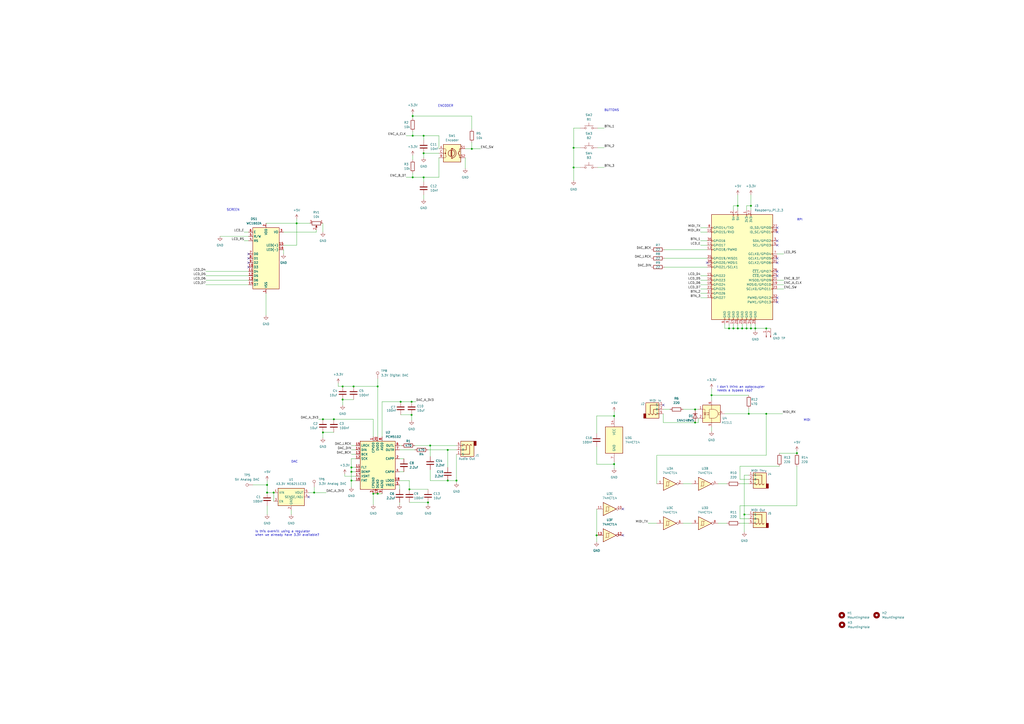
<source format=kicad_sch>
(kicad_sch (version 20211123) (generator eeschema)
  (paper "A2")
  (lib_symbols
    (symbol "74xx:74HC14" (pin_names (offset 1.016))
      (property "Reference" "U" (at 0 1.27 0))
      (property "Value" "74HC14" (at 0 -1.27 0))
      (symbol "74HC14_1_0"
        (pin input line (at -7.62 0 0) (length 3.81) (name "~") (number "1"))
        (pin output inverted (at 7.62 0 180) (length 3.81) (name "~") (number "2"))
      )
      (symbol "74HC14_2_0"
        (pin input line (at -7.62 0 0) (length 3.81) (name "~") (number "3"))
        (pin output inverted (at 7.62 0 180) (length 3.81) (name "~") (number "4"))
      )
      (symbol "74HC14_3_0"
        (pin input line (at -7.62 0 0) (length 3.81) (name "~") (number "5"))
        (pin output inverted (at 7.62 0 180) (length 3.81) (name "~") (number "6"))
      )
      (symbol "74HC14_4_0"
        (pin output inverted (at 7.62 0 180) (length 3.81) (name "~") (number "8"))
        (pin input line (at -7.62 0 0) (length 3.81) (name "~") (number "9"))
      )
      (symbol "74HC14_5_0"
        (pin output inverted (at 7.62 0 180) (length 3.81) (name "~") (number "10"))
        (pin input line (at -7.62 0 0) (length 3.81) (name "~") (number "11"))
      )
      (symbol "74HC14_6_0"
        (pin output inverted (at 7.62 0 180) (length 3.81) (name "~") (number "12"))
        (pin input line (at -7.62 0 0) (length 3.81) (name "~") (number "13"))
      )
      (symbol "74HC14_7_0"
        (pin power_in line (at 0 12.7 270) (length 5.08) (name "VCC") (number "14"))
        (pin power_in line (at 0 -12.7 90) (length 5.08) (name "GND") (number "7"))
      )
    )
    (symbol "Audio:PCM5102"
      (property "Reference" "U" (at -10.16 13.97 0))
      (property "Value" "PCM5102" (at 3.81 13.97 0))
      (symbol "PCM5102_1_1"
        (pin passive line (at -2.54 15.24 270) (length 2.54) (name "CPVDD") (number "1"))
        (pin input line (at -12.7 -5.08 0) (length 2.54) (name "DEMP") (number "10"))
        (pin input line (at -12.7 -2.54 0) (length 2.54) (name "FLT") (number "11"))
        (pin input line (at -12.7 2.54 0) (length 2.54) (name "SCK") (number "12"))
        (pin input line (at -12.7 5.08 0) (length 2.54) (name "BCK") (number "13"))
        (pin input line (at -12.7 7.62 0) (length 2.54) (name "DIN") (number "14"))
        (pin input line (at -12.7 10.16 0) (length 2.54) (name "LRCK") (number "15"))
        (pin input line (at -12.7 -10.16 0) (length 2.54) (name "FMT") (number "16"))
        (pin input line (at -12.7 -7.62 0) (length 2.54) (name "XSMT") (number "17"))
        (pin passive line (at 12.7 -10.16 180) (length 2.54) (name "LDOO") (number "18"))
        (pin power_in line (at 0 -17.78 90) (length 2.54) (name "DGND") (number "19"))
        (pin passive line (at 12.7 2.54 180) (length 2.54) (name "CAPP") (number "2"))
        (pin power_in line (at 0 15.24 270) (length 2.54) (name "DVDD") (number "20"))
        (pin power_in line (at -2.54 -17.78 90) (length 2.54) (name "CPGND") (number "3"))
        (pin passive line (at 12.7 -5.08 180) (length 2.54) (name "CAPM") (number "4"))
        (pin passive line (at 12.7 -12.7 180) (length 2.54) (name "VNEG") (number "5"))
        (pin output line (at 12.7 10.16 180) (length 2.54) (name "OUTL") (number "6"))
        (pin output line (at 12.7 7.62 180) (length 2.54) (name "OUTR") (number "7"))
        (pin power_in line (at 2.54 15.24 270) (length 2.54) (name "AVDD") (number "8"))
        (pin power_in line (at 2.54 -17.78 90) (length 2.54) (name "AGND") (number "9"))
      )
    )
    (symbol "AudioJack3_1"
      (property "Reference" "J1" (at -6.35 2.54 0))
      (property "Value" "AudioJack3_1" (at 3.81 5.08 0))
      (symbol "AudioJack3_1_1_1"
        (pin passive line (at 5.08 2.54 180) (length 2.54) (name "S") (number "1"))
        (pin passive line (at 5.08 0 180) (length 2.54) (name "R") (number "2"))
        (pin passive line (at 5.08 -2.54 180) (length 2.54) (name "T") (number "5"))
      )
    )
    (symbol "Connector:Conn_01x02_Male" (pin_names (offset 1.016) hide)
      (property "Reference" "J" (at 0 2.54 0))
      (property "Value" "Conn_01x02_Male" (at 0 -5.08 0))
      (symbol "Conn_01x02_Male_1_1"
        (pin passive line (at 5.08 0 180) (length 3.81) (name "Pin_1") (number "1"))
        (pin passive line (at 5.08 -2.54 180) (length 3.81) (name "Pin_2") (number "2"))
      )
    )
    (symbol "Connector:Raspberry_Pi_2_3" (pin_names (offset 1.016))
      (property "Reference" "J" (at -17.78 31.75 0))
      (property "Value" "Raspberry_Pi_2_3" (at 10.16 -31.75 0))
      (symbol "Raspberry_Pi_2_3_1_1"
        (pin power_in line (at 2.54 33.02 270) (length 2.54) (name "3V3") (number "1"))
        (pin bidirectional line (at -20.32 20.32 0) (length 2.54) (name "GPIO15/RXD") (number "10"))
        (pin bidirectional line (at -20.32 12.7 0) (length 2.54) (name "GPIO17") (number "11"))
        (pin bidirectional line (at -20.32 10.16 0) (length 2.54) (name "GPIO18/PWM0") (number "12"))
        (pin bidirectional line (at -20.32 -17.78 0) (length 2.54) (name "GPIO27") (number "13"))
        (pin power_in line (at -5.08 -33.02 90) (length 2.54) (name "GND") (number "14"))
        (pin bidirectional line (at -20.32 -5.08 0) (length 2.54) (name "GPIO22") (number "15"))
        (pin bidirectional line (at -20.32 -7.62 0) (length 2.54) (name "GPIO23") (number "16"))
        (pin power_in line (at 5.08 33.02 270) (length 2.54) (name "3V3") (number "17"))
        (pin bidirectional line (at -20.32 -10.16 0) (length 2.54) (name "GPIO24") (number "18"))
        (pin bidirectional line (at 20.32 -10.16 180) (length 2.54) (name "MOSI0/GPIO10") (number "19"))
        (pin power_in line (at -5.08 33.02 270) (length 2.54) (name "5V") (number "2"))
        (pin power_in line (at -2.54 -33.02 90) (length 2.54) (name "GND") (number "20"))
        (pin bidirectional line (at 20.32 -7.62 180) (length 2.54) (name "MISO0/GPIO9") (number "21"))
        (pin bidirectional line (at -20.32 -12.7 0) (length 2.54) (name "GPIO25") (number "22"))
        (pin bidirectional line (at 20.32 -12.7 180) (length 2.54) (name "SCLK0/GPIO11") (number "23"))
        (pin bidirectional line (at 20.32 -5.08 180) (length 2.54) (name "~{CE0}/GPIO8") (number "24"))
        (pin power_in line (at 0 -33.02 90) (length 2.54) (name "GND") (number "25"))
        (pin bidirectional line (at 20.32 -2.54 180) (length 2.54) (name "~{CE1}/GPIO7") (number "26"))
        (pin bidirectional line (at 20.32 22.86 180) (length 2.54) (name "ID_SD/GPIO0") (number "27"))
        (pin bidirectional line (at 20.32 20.32 180) (length 2.54) (name "ID_SC/GPIO1") (number "28"))
        (pin bidirectional line (at 20.32 5.08 180) (length 2.54) (name "GCLK1/GPIO5") (number "29"))
        (pin bidirectional line (at 20.32 15.24 180) (length 2.54) (name "SDA/GPIO2") (number "3"))
        (pin power_in line (at 2.54 -33.02 90) (length 2.54) (name "GND") (number "30"))
        (pin bidirectional line (at 20.32 2.54 180) (length 2.54) (name "GCLK2/GPIO6") (number "31"))
        (pin bidirectional line (at 20.32 -17.78 180) (length 2.54) (name "PWM0/GPIO12") (number "32"))
        (pin bidirectional line (at 20.32 -20.32 180) (length 2.54) (name "PWM1/GPIO13") (number "33"))
        (pin power_in line (at 5.08 -33.02 90) (length 2.54) (name "GND") (number "34"))
        (pin bidirectional line (at -20.32 5.08 0) (length 2.54) (name "GPIO19/MISO1") (number "35"))
        (pin bidirectional line (at -20.32 15.24 0) (length 2.54) (name "GPIO16") (number "36"))
        (pin bidirectional line (at -20.32 -15.24 0) (length 2.54) (name "GPIO26") (number "37"))
        (pin bidirectional line (at -20.32 2.54 0) (length 2.54) (name "GPIO20/MOSI1") (number "38"))
        (pin power_in line (at 7.62 -33.02 90) (length 2.54) (name "GND") (number "39"))
        (pin power_in line (at -2.54 33.02 270) (length 2.54) (name "5V") (number "4"))
        (pin bidirectional line (at -20.32 0 0) (length 2.54) (name "GPIO21/SCLK1") (number "40"))
        (pin bidirectional line (at 20.32 12.7 180) (length 2.54) (name "SCL/GPIO3") (number "5"))
        (pin power_in line (at -10.16 -33.02 90) (length 2.54) (name "GND") (number "6"))
        (pin bidirectional line (at 20.32 7.62 180) (length 2.54) (name "GCLK0/GPIO4") (number "7"))
        (pin bidirectional line (at -20.32 22.86 0) (length 2.54) (name "GPIO14/TXD") (number "8"))
        (pin power_in line (at -7.62 -33.02 90) (length 2.54) (name "GND") (number "9"))
      )
    )
    (symbol "Connector:TestPoint" (pin_numbers hide) (pin_names (offset 0.762) hide)
      (property "Reference" "TP" (at 0 6.858 0))
      (property "Value" "TestPoint" (at 0 5.08 0))
      (symbol "TestPoint_1_1"
        (pin passive line (at 0 0 90) (length 2.54) (name "1") (number "1"))
      )
    )
    (symbol "Device:C" (pin_numbers hide) (pin_names (offset 0.254))
      (property "Reference" "C" (at 0.635 2.54 0))
      (property "Value" "C" (at 0.635 -2.54 0))
      (symbol "C_1_1"
        (pin passive line (at 0 3.81 270) (length 2.794) (name "~") (number "1"))
        (pin passive line (at 0 -3.81 90) (length 2.794) (name "~") (number "2"))
      )
    )
    (symbol "Device:R" (pin_numbers hide) (pin_names (offset 0))
      (property "Reference" "R" (at 2.032 0 90))
      (property "Value" "R" (at 0 0 90))
      (symbol "R_1_1"
        (pin passive line (at 0 3.81 270) (length 1.27) (name "~") (number "1"))
        (pin passive line (at 0 -3.81 90) (length 1.27) (name "~") (number "2"))
      )
    )
    (symbol "Device:R_Potentiometer" (pin_names (offset 1.016) hide)
      (property "Reference" "RV" (at -4.445 0 90))
      (property "Value" "R_Potentiometer" (at -2.54 0 90))
      (symbol "R_Potentiometer_1_1"
        (pin passive line (at 0 3.81 270) (length 1.27) (name "1") (number "1"))
        (pin passive line (at 3.81 0 180) (length 1.27) (name "2") (number "2"))
        (pin passive line (at 0 -3.81 90) (length 1.27) (name "3") (number "3"))
      )
    )
    (symbol "Device:RotaryEncoder_Switch" (pin_names (offset 0.254) hide)
      (property "Reference" "SW" (at 0 6.604 0))
      (property "Value" "RotaryEncoder_Switch" (at 0 -6.604 0))
      (symbol "RotaryEncoder_Switch_1_1"
        (pin passive line (at -7.62 2.54 0) (length 2.54) (name "A") (number "A"))
        (pin passive line (at -7.62 -2.54 0) (length 2.54) (name "B") (number "B"))
        (pin passive line (at -7.62 0 0) (length 2.54) (name "C") (number "C"))
        (pin passive line (at 7.62 2.54 180) (length 2.54) (name "S1") (number "S1"))
        (pin passive line (at 7.62 -2.54 180) (length 2.54) (name "S2") (number "S2"))
      )
    )
    (symbol "Diode:1N4148WS" (pin_numbers hide) (pin_names hide)
      (property "Reference" "D" (at 0 2.54 0))
      (property "Value" "1N4148WS" (at 0 -2.54 0))
      (symbol "1N4148WS_1_1"
        (pin passive line (at -3.81 0 0) (length 2.54) (name "K") (number "1"))
        (pin passive line (at 3.81 0 180) (length 2.54) (name "A") (number "2"))
      )
    )
    (symbol "Display_Character:WC1602A"
      (property "Reference" "DS" (at -5.842 19.05 0))
      (property "Value" "WC1602A" (at 5.334 19.05 0))
      (symbol "WC1602A_1_1"
        (pin power_in line (at 0 -20.32 90) (length 2.54) (name "VSS") (number "1"))
        (pin input line (at -10.16 -5.08 0) (length 2.54) (name "D3") (number "10"))
        (pin input line (at -10.16 -7.62 0) (length 2.54) (name "D4") (number "11"))
        (pin input line (at -10.16 -10.16 0) (length 2.54) (name "D5") (number "12"))
        (pin input line (at -10.16 -12.7 0) (length 2.54) (name "D6") (number "13"))
        (pin input line (at -10.16 -15.24 0) (length 2.54) (name "D7") (number "14"))
        (pin power_in line (at 10.16 7.62 180) (length 2.54) (name "LED(+)") (number "15"))
        (pin power_in line (at 10.16 5.08 180) (length 2.54) (name "LED(-)") (number "16"))
        (pin power_in line (at 0 20.32 270) (length 2.54) (name "VDD") (number "2"))
        (pin input line (at 10.16 15.24 180) (length 2.54) (name "VO") (number "3"))
        (pin input line (at -10.16 10.16 0) (length 2.54) (name "RS") (number "4"))
        (pin input line (at -10.16 12.7 0) (length 2.54) (name "R/W") (number "5"))
        (pin input line (at -10.16 15.24 0) (length 2.54) (name "E") (number "6"))
        (pin input line (at -10.16 2.54 0) (length 2.54) (name "D0") (number "7"))
        (pin input line (at -10.16 0 0) (length 2.54) (name "D1") (number "8"))
        (pin input line (at -10.16 -2.54 0) (length 2.54) (name "D2") (number "9"))
      )
    )
    (symbol "Isolator:H11L1" (pin_names (offset 1.016))
      (property "Reference" "U" (at 1.27 8.89 0))
      (property "Value" "H11L1" (at 1.27 6.35 0))
      (symbol "H11L1_1_1"
        (pin passive line (at -7.62 2.54 0) (length 2.54) (name "~") (number "1"))
        (pin passive line (at -7.62 -2.54 0) (length 2.54) (name "~") (number "2"))
        (pin no_connect line (at -5.08 0 0) (length 2.54) hide (name "~") (number "3"))
        (pin output inverted (at 7.62 0 180) (length 3.81) (name "~") (number "4"))
        (pin power_in line (at 0 -7.62 90) (length 2.54) (name "~") (number "5"))
        (pin power_in line (at 0 7.62 270) (length 2.54) (name "~") (number "6"))
      )
    )
    (symbol "Mechanical:MountingHole" (pin_names (offset 1.016))
      (property "Reference" "H" (at 0 5.08 0))
      (property "Value" "MountingHole" (at 0 3.175 0))
    )
    (symbol "Regulator_Linear:ADP7142AUJZ"
      (property "Reference" "U" (at 0 8.89 0))
      (property "Value" "ADP7142AUJZ" (at 0 6.35 0))
      (symbol "ADP7142AUJZ_1_1"
        (pin power_in line (at -10.16 2.54 0) (length 2.54) (name "VIN") (number "1"))
        (pin power_in line (at 0 -7.62 90) (length 2.54) (name "GND") (number "2"))
        (pin input line (at -10.16 -2.54 0) (length 2.54) (name "EN") (number "3"))
        (pin input line (at 10.16 0 180) (length 2.54) (name "SENSE/ADJ") (number "4"))
        (pin power_out line (at 10.16 2.54 180) (length 2.54) (name "VOUT") (number "5"))
      )
    )
    (symbol "Switch:SW_Push" (pin_numbers hide) (pin_names (offset 1.016) hide)
      (property "Reference" "SW" (at 1.27 2.54 0))
      (property "Value" "SW_Push" (at 0 -1.524 0))
      (symbol "SW_Push_0_1"
        (pin passive line (at -5.08 0 0) (length 2.54) (name "1") (number "1"))
        (pin passive line (at 5.08 0 180) (length 2.54) (name "2") (number "2"))
      )
    )
    (symbol "power:+3.3V" (power) (pin_names (offset 0))
      (property "Value" "+3.3V" (at 0 3.556 0))
      (symbol "+3.3V_1_1"
        (pin power_in line (at 0 0 90) (length 0) hide (name "+3.3V") (number "1"))
      )
    )
    (symbol "power:+5V" (power) (pin_names (offset 0))
      (property "Value" "+5V" (at 0 3.556 0))
      (symbol "+5V_1_1"
        (pin power_in line (at 0 0 90) (length 0) hide (name "+5V") (number "1"))
      )
    )
    (symbol "power:GND" (power) (pin_names (offset 0))
      (property "Value" "GND" (at 0 -3.81 0))
      (symbol "GND_1_1"
        (pin power_in line (at 0 0 270) (length 0) hide (name "GND") (number "1"))
      )
    )
  )
  (junction (at 198.755 224.155))
  (junction (at 158.75 285.75))
  (junction (at 182.245 285.75))
  (junction (at 203.835 273.685))
  (junction (at 203.835 278.765))
  (junction (at 438.15 190.5))
  (junction (at 431.8 298.45))
  (junction (at 356.235 241.3))
  (junction (at 403.225 237.49))
  (junction (at 433.07 190.5))
  (junction (at 332.74 97.155))
  (junction (at 356.235 269.24))
  (junction (at 435.61 119.38))
  (junction (at 346.075 310.515))
  (junction (at 219.075 286.385))
  (junction (at 187.325 243.205))
  (junction (at 193.675 243.205))
  (junction (at 422.91 190.5))
  (junction (at 435.61 190.5))
  (junction (at 427.99 190.5))
  (junction (at 249.555 258.445))
  (junction (at 198.755 231.775))
  (junction (at 430.53 190.5))
  (junction (at 239.395 78.74))
  (junction (at 232.41 233.045))
  (junction (at 444.5 190.5))
  (junction (at 273.685 86.36))
  (junction (at 332.74 85.725))
  (junction (at 237.49 283.845))
  (junction (at 238.76 240.665))
  (junction (at 434.34 240.03))
  (junction (at 219.075 224.155))
  (junction (at 172.085 129.54))
  (junction (at 154.94 281.305))
  (junction (at 259.715 260.985))
  (junction (at 203.835 271.145))
  (junction (at 264.795 278.765))
  (junction (at 427.99 119.38))
  (junction (at 187.325 250.825))
  (junction (at 238.76 233.045))
  (junction (at 259.715 278.765))
  (junction (at 403.225 245.11))
  (junction (at 248.285 291.465))
  (junction (at 245.745 78.74))
  (junction (at 245.745 102.87))
  (junction (at 205.105 224.155))
  (junction (at 154.94 285.75))
  (junction (at 239.395 67.31))
  (junction (at 245.745 88.9))
  (junction (at 462.28 262.89))
  (junction (at 412.75 229.235))
  (junction (at 444.5 240.03))
  (junction (at 239.395 102.87))
  (junction (at 425.45 190.5))
  (junction (at 216.535 286.385))
  (no_connect (at 410.21 152.4))
  (no_connect (at 144.145 152.4))
  (no_connect (at 361.315 295.275))
  (no_connect (at 144.145 154.94))
  (no_connect (at 450.85 172.72))
  (no_connect (at 450.85 152.4))
  (no_connect (at 450.85 149.86))
  (no_connect (at 450.85 139.7))
  (no_connect (at 384.81 234.95))
  (no_connect (at 450.85 132.08))
  (no_connect (at 450.85 157.48))
  (no_connect (at 450.85 160.02))
  (no_connect (at 144.145 147.32))
  (no_connect (at 361.315 310.515))
  (no_connect (at 179.07 288.29))
  (no_connect (at 450.85 134.62))
  (no_connect (at 450.85 175.26))
  (no_connect (at 144.145 149.86))
  (no_connect (at 450.85 142.24))
  (wire (pts (xy 420.37 187.96) (xy 420.37 190.5)))
  (wire (pts (xy 435.61 113.03) (xy 435.61 119.38)))
  (wire (pts (xy 384.81 240.03) (xy 384.81 245.11)))
  (wire (pts (xy 452.12 262.89) (xy 462.28 262.89)))
  (wire (pts (xy 231.775 266.065) (xy 234.315 266.065)))
  (wire (pts (xy 416.56 303.53) (xy 421.64 303.53)))
  (wire (pts (xy 385.445 149.86) (xy 410.21 149.86)))
  (wire (pts (xy 237.49 283.845) (xy 248.285 283.845)))
  (wire (pts (xy 346.71 74.295) (xy 350.52 74.295)))
  (wire (pts (xy 239.395 66.04) (xy 239.395 67.31)))
  (wire (pts (xy 427.99 119.38) (xy 427.99 121.92)))
  (wire (pts (xy 154.94 278.765) (xy 154.94 281.305)))
  (wire (pts (xy 183.515 134.62) (xy 183.515 133.35)))
  (wire (pts (xy 269.875 91.44) (xy 269.875 97.79)))
  (wire (pts (xy 416.56 280.67) (xy 421.64 280.67)))
  (wire (pts (xy 193.675 243.205) (xy 216.535 243.205)))
  (wire (pts (xy 198.755 231.775) (xy 205.105 231.775)))
  (wire (pts (xy 420.37 190.5) (xy 422.91 190.5)))
  (wire (pts (xy 231.775 260.985) (xy 240.665 260.985)))
  (wire (pts (xy 427.99 190.5) (xy 430.53 190.5)))
  (wire (pts (xy 450.85 147.32) (xy 454.66 147.32)))
  (wire (pts (xy 232.41 233.045) (xy 221.615 233.045)))
  (wire (pts (xy 203.835 271.145) (xy 203.835 273.685)))
  (wire (pts (xy 434.34 275.59) (xy 431.8 275.59)))
  (wire (pts (xy 435.61 119.38) (xy 435.61 121.92)))
  (wire (pts (xy 154.94 281.305) (xy 154.94 285.75)))
  (wire (pts (xy 431.8 275.59) (xy 431.8 298.45)))
  (wire (pts (xy 203.835 263.525) (xy 206.375 263.525)))
  (wire (pts (xy 154.94 285.75) (xy 158.75 285.75)))
  (wire (pts (xy 172.085 142.24) (xy 164.465 142.24)))
  (wire (pts (xy 452.12 270.51) (xy 429.26 270.51)))
  (wire (pts (xy 450.85 167.64) (xy 454.66 167.64)))
  (wire (pts (xy 239.395 100.33) (xy 239.395 102.87)))
  (wire (pts (xy 203.835 260.985) (xy 206.375 260.985)))
  (wire (pts (xy 434.34 240.03) (xy 444.5 240.03)))
  (wire (pts (xy 273.685 82.55) (xy 273.685 86.36)))
  (wire (pts (xy 219.075 224.155) (xy 219.075 253.365)))
  (wire (pts (xy 429.26 293.37) (xy 462.28 293.37)))
  (wire (pts (xy 146.685 281.305) (xy 154.94 281.305)))
  (wire (pts (xy 332.74 74.295) (xy 332.74 85.725)))
  (wire (pts (xy 346.075 241.3) (xy 346.075 251.46)))
  (wire (pts (xy 429.26 278.13) (xy 434.34 278.13)))
  (wire (pts (xy 438.15 187.96) (xy 438.15 190.5)))
  (wire (pts (xy 412.75 229.235) (xy 412.75 232.41)))
  (wire (pts (xy 403.225 237.49) (xy 405.13 237.49)))
  (wire (pts (xy 422.91 187.96) (xy 422.91 190.5)))
  (wire (pts (xy 406.4 139.7) (xy 410.21 139.7)))
  (wire (pts (xy 425.45 187.96) (xy 425.45 190.5)))
  (wire (pts (xy 427.99 187.96) (xy 427.99 190.5)))
  (wire (pts (xy 154.305 170.18) (xy 154.305 182.88)))
  (wire (pts (xy 238.76 240.665) (xy 232.41 240.665)))
  (wire (pts (xy 200.025 276.225) (xy 206.375 276.225)))
  (wire (pts (xy 221.615 233.045) (xy 221.615 253.365)))
  (wire (pts (xy 182.245 285.75) (xy 189.23 285.75)))
  (wire (pts (xy 216.535 286.385) (xy 219.075 286.385)))
  (wire (pts (xy 203.835 278.765) (xy 203.835 282.575)))
  (wire (pts (xy 384.81 245.11) (xy 403.225 245.11)))
  (wire (pts (xy 273.685 86.36) (xy 278.765 86.36)))
  (wire (pts (xy 259.715 278.765) (xy 249.555 278.765)))
  (wire (pts (xy 450.85 165.1) (xy 454.66 165.1)))
  (wire (pts (xy 450.85 162.56) (xy 454.66 162.56)))
  (wire (pts (xy 429.26 303.53) (xy 434.34 303.53)))
  (wire (pts (xy 444.5 240.03) (xy 444.5 264.16)))
  (wire (pts (xy 385.445 144.78) (xy 410.21 144.78)))
  (wire (pts (xy 462.28 262.89) (xy 462.28 261.62)))
  (wire (pts (xy 158.75 285.75) (xy 158.75 290.83)))
  (wire (pts (xy 172.085 127) (xy 172.085 129.54)))
  (wire (pts (xy 198.755 224.155) (xy 205.105 224.155)))
  (wire (pts (xy 406.4 172.72) (xy 410.21 172.72)))
  (wire (pts (xy 332.74 85.725) (xy 332.74 97.155)))
  (wire (pts (xy 203.835 273.685) (xy 206.375 273.685)))
  (wire (pts (xy 219.075 286.385) (xy 221.615 286.385)))
  (wire (pts (xy 431.8 298.45) (xy 431.8 308.61)))
  (wire (pts (xy 235.585 78.74) (xy 239.395 78.74)))
  (wire (pts (xy 168.91 295.91) (xy 168.91 298.45)))
  (wire (pts (xy 203.835 266.065) (xy 203.835 271.145)))
  (wire (pts (xy 444.5 190.5) (xy 447.04 190.5)))
  (wire (pts (xy 396.24 237.49) (xy 403.225 237.49)))
  (wire (pts (xy 154.94 293.37) (xy 154.94 298.45)))
  (wire (pts (xy 203.835 271.145) (xy 206.375 271.145)))
  (wire (pts (xy 444.5 264.16) (xy 381 264.16)))
  (wire (pts (xy 198.755 231.775) (xy 198.755 234.95)))
  (wire (pts (xy 264.795 278.765) (xy 264.795 280.035)))
  (wire (pts (xy 406.4 167.64) (xy 410.21 167.64)))
  (wire (pts (xy 196.215 222.25) (xy 196.215 224.155)))
  (wire (pts (xy 438.15 190.5) (xy 438.15 191.77)))
  (wire (pts (xy 182.245 282.575) (xy 182.245 285.75)))
  (wire (pts (xy 438.15 190.5) (xy 444.5 190.5)))
  (wire (pts (xy 429.26 300.99) (xy 429.26 293.37)))
  (wire (pts (xy 406.4 134.62) (xy 410.21 134.62)))
  (wire (pts (xy 238.76 233.045) (xy 232.41 233.045)))
  (wire (pts (xy 336.55 74.295) (xy 332.74 74.295)))
  (wire (pts (xy 444.5 240.03) (xy 454.025 240.03)))
  (wire (pts (xy 425.45 121.92) (xy 425.45 119.38)))
  (wire (pts (xy 172.085 129.54) (xy 179.705 129.54)))
  (wire (pts (xy 346.71 85.725) (xy 350.52 85.725)))
  (wire (pts (xy 433.07 119.38) (xy 435.61 119.38)))
  (wire (pts (xy 248.285 260.985) (xy 259.715 260.985)))
  (wire (pts (xy 239.395 78.74) (xy 245.745 78.74)))
  (wire (pts (xy 429.26 280.67) (xy 434.34 280.67)))
  (wire (pts (xy 433.07 121.92) (xy 433.07 119.38)))
  (wire (pts (xy 259.715 260.985) (xy 259.715 271.145)))
  (wire (pts (xy 187.325 129.54) (xy 187.325 134.62)))
  (wire (pts (xy 245.745 78.74) (xy 254.635 78.74)))
  (wire (pts (xy 203.835 273.685) (xy 203.835 278.765)))
  (wire (pts (xy 375.92 303.53) (xy 381 303.53)))
  (wire (pts (xy 259.715 278.765) (xy 264.795 278.765)))
  (wire (pts (xy 119.38 165.1) (xy 144.145 165.1)))
  (wire (pts (xy 239.395 102.87) (xy 245.745 102.87)))
  (wire (pts (xy 462.28 293.37) (xy 462.28 270.51)))
  (wire (pts (xy 381 264.16) (xy 381 280.67)))
  (wire (pts (xy 264.795 263.525) (xy 264.795 278.765)))
  (wire (pts (xy 396.24 303.53) (xy 401.32 303.53)))
  (wire (pts (xy 231.775 291.465) (xy 231.775 292.735)))
  (wire (pts (xy 206.375 266.065) (xy 203.835 266.065)))
  (wire (pts (xy 427.99 113.03) (xy 427.99 119.38)))
  (wire (pts (xy 235.585 102.87) (xy 239.395 102.87)))
  (wire (pts (xy 384.81 237.49) (xy 388.62 237.49)))
  (wire (pts (xy 172.085 129.54) (xy 172.085 142.24)))
  (wire (pts (xy 356.235 267.97) (xy 356.235 269.24)))
  (wire (pts (xy 346.71 97.155) (xy 350.52 97.155)))
  (wire (pts (xy 245.745 102.87) (xy 245.745 105.41)))
  (wire (pts (xy 434.34 300.99) (xy 429.26 300.99)))
  (wire (pts (xy 435.61 190.5) (xy 438.15 190.5)))
  (wire (pts (xy 435.61 187.96) (xy 435.61 190.5)))
  (wire (pts (xy 425.45 190.5) (xy 427.99 190.5)))
  (wire (pts (xy 433.07 190.5) (xy 435.61 190.5)))
  (wire (pts (xy 187.325 250.825) (xy 193.675 250.825)))
  (wire (pts (xy 239.395 90.17) (xy 239.395 92.71)))
  (wire (pts (xy 396.24 280.67) (xy 401.32 280.67)))
  (wire (pts (xy 356.235 241.3) (xy 356.235 242.57)))
  (wire (pts (xy 119.38 157.48) (xy 144.145 157.48)))
  (wire (pts (xy 332.74 97.155) (xy 332.74 104.775)))
  (wire (pts (xy 141.605 134.62) (xy 144.145 134.62)))
  (wire (pts (xy 245.745 113.03) (xy 245.745 115.57)))
  (wire (pts (xy 154.305 129.54) (xy 172.085 129.54)))
  (wire (pts (xy 245.745 78.74) (xy 245.745 81.28)))
  (wire (pts (xy 119.38 162.56) (xy 144.145 162.56)))
  (wire (pts (xy 231.775 278.765) (xy 237.49 278.765)))
  (wire (pts (xy 420.37 240.03) (xy 434.34 240.03)))
  (wire (pts (xy 332.74 85.725) (xy 336.55 85.725)))
  (wire (pts (xy 237.49 291.465) (xy 248.285 291.465)))
  (wire (pts (xy 164.465 134.62) (xy 183.515 134.62)))
  (wire (pts (xy 346.075 295.275) (xy 346.075 310.515)))
  (wire (pts (xy 346.075 269.24) (xy 356.235 269.24)))
  (wire (pts (xy 231.775 258.445) (xy 233.045 258.445)))
  (wire (pts (xy 245.745 102.87) (xy 254.635 102.87)))
  (wire (pts (xy 356.235 269.24) (xy 356.235 271.78)))
  (wire (pts (xy 187.325 250.825) (xy 187.325 254)))
  (wire (pts (xy 356.235 238.76) (xy 356.235 241.3)))
  (wire (pts (xy 346.075 259.08) (xy 346.075 269.24)))
  (wire (pts (xy 249.555 258.445) (xy 264.795 258.445)))
  (wire (pts (xy 237.49 278.765) (xy 237.49 283.845)))
  (wire (pts (xy 259.715 260.985) (xy 264.795 260.985)))
  (wire (pts (xy 141.605 139.7) (xy 144.145 139.7)))
  (wire (pts (xy 119.38 160.02) (xy 144.145 160.02)))
  (wire (pts (xy 184.785 243.205) (xy 187.325 243.205)))
  (wire (pts (xy 406.4 160.02) (xy 410.21 160.02)))
  (wire (pts (xy 203.835 278.765) (xy 206.375 278.765)))
  (wire (pts (xy 412.75 225.425) (xy 412.75 229.235)))
  (wire (pts (xy 434.34 229.235) (xy 412.75 229.235)))
  (wire (pts (xy 269.875 86.36) (xy 273.685 86.36)))
  (wire (pts (xy 254.635 78.74) (xy 254.635 86.36)))
  (wire (pts (xy 245.745 88.9) (xy 254.635 88.9)))
  (wire (pts (xy 385.445 154.94) (xy 410.21 154.94)))
  (wire (pts (xy 406.4 165.1) (xy 410.21 165.1)))
  (wire (pts (xy 127.635 137.16) (xy 144.145 137.16)))
  (wire (pts (xy 239.395 76.2) (xy 239.395 78.74)))
  (wire (pts (xy 434.34 298.45) (xy 431.8 298.45)))
  (wire (pts (xy 216.535 243.205) (xy 216.535 253.365)))
  (wire (pts (xy 356.235 241.3) (xy 346.075 241.3)))
  (wire (pts (xy 179.07 285.75) (xy 182.245 285.75)))
  (wire (pts (xy 406.4 162.56) (xy 410.21 162.56)))
  (wire (pts (xy 406.4 142.24) (xy 410.21 142.24)))
  (wire (pts (xy 425.45 119.38) (xy 427.99 119.38)))
  (wire (pts (xy 196.215 224.155) (xy 198.755 224.155)))
  (wire (pts (xy 249.555 258.445) (xy 249.555 264.795)))
  (wire (pts (xy 239.395 67.31) (xy 239.395 68.58)))
  (wire (pts (xy 164.465 144.78) (xy 164.465 147.32)))
  (wire (pts (xy 422.91 190.5) (xy 425.45 190.5)))
  (wire (pts (xy 429.26 270.51) (xy 429.26 278.13)))
  (wire (pts (xy 238.76 240.665) (xy 238.76 243.84)))
  (wire (pts (xy 245.745 88.9) (xy 245.745 91.44)))
  (wire (pts (xy 433.07 187.96) (xy 433.07 190.5)))
  (wire (pts (xy 187.325 243.205) (xy 193.675 243.205)))
  (wire (pts (xy 406.4 132.08) (xy 410.21 132.08)))
  (wire (pts (xy 273.685 67.31) (xy 239.395 67.31)))
  (wire (pts (xy 248.285 291.465) (xy 248.285 292.735)))
  (wire (pts (xy 254.635 91.44) (xy 254.635 102.87)))
  (wire (pts (xy 240.665 258.445) (xy 249.555 258.445)))
  (wire (pts (xy 203.835 258.445) (xy 206.375 258.445)))
  (wire (pts (xy 430.53 187.96) (xy 430.53 190.5)))
  (wire (pts (xy 216.535 286.385) (xy 216.535 292.735)))
  (wire (pts (xy 346.075 310.515) (xy 346.075 314.325)))
  (wire (pts (xy 430.53 190.5) (xy 433.07 190.5)))
  (wire (pts (xy 205.105 224.155) (xy 219.075 224.155)))
  (wire (pts (xy 219.075 219.71) (xy 219.075 224.155)))
  (wire (pts (xy 412.75 247.65) (xy 412.75 250.19)))
  (wire (pts (xy 332.74 97.155) (xy 336.55 97.155)))
  (wire (pts (xy 406.4 170.18) (xy 410.21 170.18)))
  (wire (pts (xy 200.025 274.955) (xy 200.025 276.225)))
  (wire (pts (xy 231.775 281.305) (xy 231.775 283.845)))
  (wire (pts (xy 273.685 67.31) (xy 273.685 74.93)))
  (wire (pts (xy 249.555 278.765) (xy 249.555 272.415)))
  (wire (pts (xy 403.225 245.11) (xy 405.13 245.11)))
  (wire (pts (xy 405.13 245.11) (xy 405.13 242.57)))
  (wire (pts (xy 241.3 233.045) (xy 238.76 233.045)))
  (wire (pts (xy 434.34 236.855) (xy 434.34 240.03)))
  (wire (pts (xy 231.775 273.685) (xy 234.315 273.685)))
  (text "Is this overkill using a regulator\nwhen we already have 3.3V available?" (at 147.955 311.15 0) (effects (font (size 1.27 1.27)) (justify left bottom)))
  (text "I don't think an optocoupler\nneeds a bypass cap?" (at 415.925 227.33 0) (effects (font (size 1.27 1.27)) (justify left bottom)))
  (text "ENCODER" (at 254 62.23 0) (effects (font (size 1.27 1.27)) (justify left bottom)))
  (text "SCREEN" (at 131.445 122.555 0) (effects (font (size 1.27 1.27)) (justify left bottom)))
  (text "MIDI" (at 466.09 244.475 0) (effects (font (size 1.27 1.27)) (justify left bottom)))
  (text "BUTTONS" (at 350.52 64.77 0) (effects (font (size 1.27 1.27)) (justify left bottom)))
  (text "DAC" (at 168.91 268.605 0) (effects (font (size 1.27 1.27)) (justify left bottom)))
  (text "RPI" (at 462.28 128.27 0) (effects (font (size 1.27 1.27)) (justify left bottom)))
  (label "BTN_3" (at 406.4 172.72 180))
  (label "LCD_D5" (at 406.4 162.56 180))
  (label "DAC_BCK" (at 203.835 263.525 180))
  (label "MIDI_TX" (at 375.92 303.53 180))
  (label "BTN_1" (at 406.4 139.7 180))
  (label "BTN_2" (at 350.52 85.725 0))
  (label "ENC_SW" (at 278.765 86.36 0))
  (label "DAC_DIN" (at 377.825 154.94 180))
  (label "LCD_D6" (at 119.38 162.56 180))
  (label "DAC_A_3V3" (at 241.3 233.045 0))
  (label "LCD_RS" (at 141.605 139.7 180))
  (label "LCD_E" (at 406.4 142.24 180))
  (label "ENC_SW" (at 454.66 167.64 0))
  (label "DAC_A_3V3" (at 184.785 243.205 180))
  (label "ENC_B_DT" (at 454.66 162.56 0))
  (label "LCD_D7" (at 406.4 167.64 180))
  (label "LCD_D7" (at 119.38 165.1 180))
  (label "LCD_D6" (at 406.4 165.1 180))
  (label "LCD_E" (at 141.605 134.62 180))
  (label "DAC_DIN" (at 203.835 260.985 180))
  (label "ENC_B_DT" (at 235.585 102.87 180))
  (label "BTN_3" (at 350.52 97.155 0))
  (label "LCD_D4" (at 406.4 160.02 180))
  (label "MIDI_RX" (at 454.025 240.03 0))
  (label "DAC_A_3V3" (at 189.23 285.75 0))
  (label "LCD_D5" (at 119.38 160.02 180))
  (label "LCD_RS" (at 454.66 147.32 0))
  (label "ENC_A_CLK" (at 235.585 78.74 180))
  (label "ENC_A_CLK" (at 454.66 165.1 0))
  (label "MIDI_RX" (at 406.4 134.62 180))
  (label "MIDI_TX" (at 406.4 132.08 180))
  (label "BTN_2" (at 406.4 170.18 180))
  (label "DAC_LRCK" (at 203.835 258.445 180))
  (label "LCD_D4" (at 119.38 157.48 180))
  (label "BTN_1" (at 350.52 74.295 0))
  (label "DAC_LRCK" (at 377.825 149.86 180))
  (label "DAC_BCK" (at 377.825 144.78 180))
  (symbol (lib_id "Isolator:H11L1") (at 412.75 240.03 0) (unit 1)
    (property "Reference" "U4" (at 420.37 242.57 0))
    (property "Value" "H11L1" (at 421.64 245.11 0))
    (property "Footprint" "SOP-6_6.5x7.12mm_P2.54mm:SOP-6_6.5x7.12mm_P2.54mm" (effects hide))
    (property "Datasheet" "https://www.onsemi.com/pub/Collateral/H11L3M-D.PDF" (effects hide))
    (property "LCSC" "C78589" (effects hide))
  )
  (symbol (lib_id "power:GND") (at 187.325 134.62 0) (unit 1)
    (property "Reference" "#PWR08" (effects hide))
    (property "Value" "GND" (at 187.325 139.7 0))
  )
  (symbol (lib_id "power:GND") (at 154.94 298.45 0) (unit 1)
    (property "Reference" "#PWR04" (effects hide))
    (property "Value" "GND" (at 154.94 303.53 0))
  )
  (symbol (lib_id "power:GND") (at 269.875 97.79 0) (unit 1)
    (property "Reference" "#PWR023" (effects hide))
    (property "Value" "GND" (at 269.875 102.87 0))
  )
  (symbol (lib_id "74xx:74HC14") (at 408.94 280.67 0) (unit 2)
    (property "Reference" "U3" (at 408.94 271.78 0))
    (property "Value" "74HCT14" (at 408.94 274.32 0))
    (property "Footprint" "Package_SO:TSSOP-14_4.4x5mm_P0.65mm" (effects hide))
    (property "Datasheet" "http://www.ti.com/lit/gpn/sn74HC14" (effects hide))
    (property "LCSC" "C133639" (effects hide))
  )
  (symbol (lib_name "AudioJack3_1") (lib_id "Connector:AudioJack3") (at 379.73 237.49 0) (unit 1)
    (property "Reference" "J2" (at 374.015 234.315 0) (effects (justify right)))
    (property "Value" "MIDI In" (at 383.54 232.41 0) (effects (justify right)))
    (property "Footprint" "sparkfun 3.5mm:sparkfun_3.5mm_trs" (effects hide))
  )
  (symbol (lib_id "Device:R") (at 381.635 149.86 90) (unit 1)
    (property "Reference" "R8" (at 381.635 147.32 90))
    (property "Value" "22" (at 381.635 149.86 90))
    (property "Footprint" "Resistor_SMD:R_1206_3216Metric_Pad1.30x1.75mm_HandSolder" (effects hide))
    (property "LCSC" "C912903" (effects hide))
  )
  (symbol (lib_id "Device:C") (at 249.555 268.605 0) (unit 1)
    (property "Reference" "C14" (at 252.73 267.3349 0) (effects (justify left)))
    (property "Value" "2.2nf" (at 252.73 269.8749 0) (effects (justify left)))
    (property "Footprint" "Capacitor_SMD:C_0805_2012Metric_Pad1.18x1.45mm_HandSolder" (effects hide))
    (property "LCSC" "C395967" (effects hide))
  )
  (symbol (lib_id "Device:R") (at 425.45 280.67 270) (unit 1)
    (property "Reference" "R10" (at 425.45 274.32 90))
    (property "Value" "220" (at 425.45 276.86 90))
    (property "Footprint" "Resistor_SMD:R_1206_3216Metric_Pad1.30x1.75mm_HandSolder" (effects hide))
    (property "LCSC" "C872616" (effects hide))
  )
  (symbol (lib_id "power:GND") (at 168.91 298.45 0) (unit 1)
    (property "Reference" "#PWR06" (effects hide))
    (property "Value" "GND" (at 168.91 303.53 0))
  )
  (symbol (lib_id "Device:R") (at 239.395 72.39 0) (unit 1)
    (property "Reference" "R2" (at 234.315 71.12 0) (effects (justify left)))
    (property "Value" "10k" (at 234.315 73.66 0) (effects (justify left)))
    (property "Footprint" "Resistor_SMD:R_1206_3216Metric_Pad1.30x1.75mm_HandSolder" (effects hide))
    (property "LCSC" "C2073539" (effects hide))
  )
  (symbol (lib_id "Connector:TestPoint") (at 219.075 219.71 0) (unit 1)
    (property "Reference" "TP8" (at 220.98 215.1379 0) (effects (justify left)))
    (property "Value" "3.3V Digital DAC" (at 220.98 217.6779 0) (effects (justify left)))
    (property "Footprint" "TestPoint:TestPoint_Pad_D1.0mm" (effects hide))
  )
  (symbol (lib_id "Device:R_Potentiometer") (at 183.515 129.54 270) (unit 1)
    (property "Reference" "RV1" (at 183.515 123.19 90))
    (property "Value" "10k" (at 183.515 125.73 90))
    (property "Footprint" "Potentiometer_THT:Potentiometer_Runtron_RM-065_Vertical" (effects hide))
  )
  (symbol (lib_id "power:GND") (at 238.76 243.84 0) (mirror y) (unit 1)
    (property "Reference" "#PWR016" (effects hide))
    (property "Value" "GND" (at 238.76 248.92 0))
  )
  (symbol (lib_id "Device:R") (at 462.28 266.7 180) (unit 1)
    (property "Reference" "R14" (at 464.82 265.4299 0) (effects (justify right)))
    (property "Value" "220" (at 464.82 267.9699 0) (effects (justify right)))
    (property "Footprint" "Resistor_SMD:R_1206_3216Metric_Pad1.30x1.75mm_HandSolder" (effects hide))
    (property "LCSC" "C872616" (effects hide))
  )
  (symbol (lib_id "power:+3.3V") (at 412.75 225.425 0) (unit 1)
    (property "Reference" "#PWR028" (effects hide))
    (property "Value" "+3.3V" (at 412.75 220.345 0))
  )
  (symbol (lib_id "Audio:PCM5102") (at 219.075 268.605 0) (unit 1)
    (property "Reference" "U2" (at 223.6344 250.825 0) (effects (justify left)))
    (property "Value" "PCM5102" (at 223.6344 253.365 0) (effects (justify left)))
    (property "Footprint" "Package_SO:TSSOP-20_4.4x6.5mm_P0.65mm" (effects hide))
    (property "Datasheet" "http://www.ti.com/lit/ds/symlink/pcm5102.pdf" (effects hide))
    (property "LCSC" "C107671" (effects hide))
  )
  (symbol (lib_id "power:GND") (at 245.745 91.44 0) (unit 1)
    (property "Reference" "#PWR019" (effects hide))
    (property "Value" "GND" (at 245.745 96.52 0))
  )
  (symbol (lib_id "Switch:SW_Push") (at 341.63 74.295 0) (unit 1)
    (property "Reference" "SW2" (at 341.63 66.675 0))
    (property "Value" "B1" (at 341.63 69.215 0))
    (property "Footprint" "Button_Switch_Keyboard:SW_Cherry_MX_1.00u_PCB" (effects hide))
  )
  (symbol (lib_name "AudioJack3_1") (lib_id "Connector:AudioJack3") (at 439.42 300.99 0) (mirror y) (unit 1)
    (property "Reference" "J5" (at 445.135 297.815 0) (effects (justify right)))
    (property "Value" "MIDI Out" (at 435.61 295.91 0) (effects (justify right)))
    (property "Footprint" "sparkfun 3.5mm:sparkfun_3.5mm_trs" (effects hide))
  )
  (symbol (lib_id "power:+5V") (at 172.085 127 0) (unit 1)
    (property "Reference" "#PWR07" (effects hide))
    (property "Value" "+5V" (at 172.085 121.92 0))
  )
  (symbol (lib_id "Device:R") (at 434.34 233.045 0) (unit 1)
    (property "Reference" "R12" (at 435.61 231.775 0) (effects (justify left)))
    (property "Value" "470" (at 435.61 234.315 0) (effects (justify left)))
    (property "Footprint" "Resistor_SMD:R_1206_3216Metric_Pad1.30x1.75mm_HandSolder" (effects hide))
    (property "LCSC" "C104814" (effects hide))
  )
  (symbol (lib_id "74xx:74HC14") (at 388.62 280.67 0) (unit 1)
    (property "Reference" "U3" (at 388.62 271.78 0))
    (property "Value" "74HCT14" (at 388.62 274.32 0))
    (property "Footprint" "Package_SO:TSSOP-14_4.4x5mm_P0.65mm" (effects hide))
    (property "Datasheet" "http://www.ti.com/lit/gpn/sn74HC14" (effects hide))
    (property "LCSC" "C133639" (effects hide))
  )
  (symbol (lib_id "Device:R") (at 381.635 154.94 90) (unit 1)
    (property "Reference" "R9" (at 381.635 152.4 90))
    (property "Value" "22" (at 381.635 154.94 90))
    (property "Footprint" "Resistor_SMD:R_1206_3216Metric_Pad1.30x1.75mm_HandSolder" (effects hide))
    (property "LCSC" "C912903" (effects hide))
  )
  (symbol (lib_id "Device:C") (at 187.325 247.015 0) (unit 1)
    (property "Reference" "C2" (at 181.61 245.745 0) (effects (justify left)))
    (property "Value" "10uf" (at 179.705 248.285 0) (effects (justify left)))
    (property "Footprint" "Capacitor_SMD:C_0805_2012Metric_Pad1.18x1.45mm_HandSolder" (effects hide))
    (property "LCSC" "C111662" (effects hide))
  )
  (symbol (lib_id "Device:C") (at 154.94 289.56 0) (mirror y) (unit 1)
    (property "Reference" "C1" (at 148.59 288.29 0) (effects (justify right)))
    (property "Value" "100nf" (at 146.685 290.83 0) (effects (justify right)))
    (property "Footprint" "Capacitor_SMD:C_0805_2012Metric_Pad1.18x1.45mm_HandSolder" (effects hide))
    (property "LCSC" "C472810" (effects hide))
  )
  (symbol (lib_id "Device:R") (at 273.685 78.74 0) (unit 1)
    (property "Reference" "R5" (at 276.225 77.4699 0) (effects (justify left)))
    (property "Value" "10k" (at 276.225 80.0099 0) (effects (justify left)))
    (property "Footprint" "Resistor_SMD:R_1206_3216Metric_Pad1.30x1.75mm_HandSolder" (effects hide))
    (property "LCSC" "C2073539" (effects hide))
  )
  (symbol (lib_id "power:+5V") (at 427.99 113.03 0) (unit 1)
    (property "Reference" "#PWR030" (effects hide))
    (property "Value" "+5V" (at 427.99 107.95 0))
  )
  (symbol (lib_id "power:GND") (at 248.285 292.735 0) (unit 1)
    (property "Reference" "#PWR021" (effects hide))
    (property "Value" "GND" (at 248.285 297.815 0))
  )
  (symbol (lib_id "power:GND") (at 127.635 137.16 0) (unit 1)
    (property "Reference" "#PWR01" (effects hide))
    (property "Value" "GND" (at 127.635 142.24 0))
  )
  (symbol (lib_id "Connector:TestPoint") (at 146.685 281.305 90) (unit 1)
    (property "Reference" "TP5" (at 143.383 275.59 90))
    (property "Value" "5V Analog DAC" (at 143.383 278.13 90))
    (property "Footprint" "TestPoint:TestPoint_Pad_D1.0mm" (effects hide))
  )
  (symbol (lib_id "Device:R") (at 452.12 266.7 180) (unit 1)
    (property "Reference" "R13" (at 454.66 265.4299 0) (effects (justify right)))
    (property "Value" "220" (at 454.66 267.9699 0) (effects (justify right)))
    (property "Footprint" "Resistor_SMD:R_1206_3216Metric_Pad1.30x1.75mm_HandSolder" (effects hide))
    (property "LCSC" "C872616" (effects hide))
  )
  (symbol (lib_id "Device:R") (at 239.395 96.52 0) (unit 1)
    (property "Reference" "R3" (at 234.315 95.25 0) (effects (justify left)))
    (property "Value" "10k" (at 234.315 97.79 0) (effects (justify left)))
    (property "Footprint" "Resistor_SMD:R_1206_3216Metric_Pad1.30x1.75mm_HandSolder" (effects hide))
    (property "LCSC" "C2073539" (effects hide))
  )
  (symbol (lib_name "AudioJack3_1") (lib_id "Connector:AudioJack3") (at 269.875 260.985 180) (unit 1)
    (property "Reference" "J1" (at 275.59 264.16 0) (effects (justify right)))
    (property "Value" "Audio Out" (at 266.065 266.065 0) (effects (justify right)))
    (property "Footprint" "sparkfun 3.5mm:sparkfun_3.5mm_trs" (effects hide))
  )
  (symbol (lib_id "Device:C") (at 231.775 287.655 0) (unit 1)
    (property "Reference" "C6" (at 226.06 286.385 0) (effects (justify left)))
    (property "Value" "2.2uf" (at 224.155 288.925 0) (effects (justify left)))
    (property "Footprint" "Capacitor_SMD:C_0805_2012Metric_Pad1.18x1.45mm_HandSolder" (effects hide))
    (property "LCSC" "C6119894" (effects hide))
  )
  (symbol (lib_id "power:GND") (at 431.8 308.61 0) (unit 1)
    (property "Reference" "#PWR031" (effects hide))
    (property "Value" "GND" (at 431.8 313.69 0))
  )
  (symbol (lib_id "Device:R") (at 381.635 144.78 90) (unit 1)
    (property "Reference" "R7" (at 381.635 142.24 90))
    (property "Value" "22" (at 381.635 144.78 90))
    (property "Footprint" "Resistor_SMD:R_1206_3216Metric_Pad1.30x1.75mm_HandSolder" (effects hide))
    (property "LCSC" "C912903" (effects hide))
  )
  (symbol (lib_id "power:+5V") (at 462.28 261.62 0) (unit 1)
    (property "Reference" "#PWR034" (effects hide))
    (property "Value" "+5V" (at 462.28 256.54 0))
  )
  (symbol (lib_id "power:+3.3V") (at 239.395 90.17 0) (unit 1)
    (property "Reference" "#PWR018" (effects hide))
    (property "Value" "+3.3V" (at 239.395 85.09 0))
  )
  (symbol (lib_id "Regulator_Linear:ADP7142AUJZ") (at 168.91 288.29 0) (unit 1)
    (property "Reference" "U1" (at 168.91 278.13 0))
    (property "Value" "A3.3V ME6211C33" (at 168.91 280.67 0))
    (property "Footprint" "Package_TO_SOT_SMD:TSOT-23-5" (effects hide))
    (property "Datasheet" "https://www.analog.com/media/en/technical-documentation/data-sheets/ADP7142.pdf" (effects hide))
    (property "LCSC" "C82942" (effects hide))
  )
  (symbol (lib_name "AudioJack3_1") (lib_id "Connector:AudioJack3") (at 439.42 278.13 0) (mirror y) (unit 1)
    (property "Reference" "J4" (at 445.135 274.955 0) (effects (justify right)))
    (property "Value" "MIDI Thru" (at 435.61 273.05 0) (effects (justify right)))
    (property "Footprint" "sparkfun 3.5mm:sparkfun_3.5mm_trs" (effects hide))
  )
  (symbol (lib_id "power:GND") (at 154.305 182.88 0) (unit 1)
    (property "Reference" "#PWR02" (effects hide))
    (property "Value" "GND" (at 154.305 187.96 0))
  )
  (symbol (lib_id "power:GND") (at 356.235 271.78 0) (unit 1)
    (property "Reference" "#PWR027" (effects hide))
    (property "Value" "GND" (at 356.235 276.86 0))
  )
  (symbol (lib_id "power:+3.3V") (at 200.025 274.955 0) (unit 1)
    (property "Reference" "#PWR012" (effects hide))
    (property "Value" "+3.3V" (at 200.025 269.875 0))
  )
  (symbol (lib_id "power:GND") (at 264.795 280.035 0) (unit 1)
    (property "Reference" "#PWR022" (effects hide))
    (property "Value" "GND" (at 264.795 285.115 0))
  )
  (symbol (lib_id "Display_Character:WC1602A") (at 154.305 149.86 0) (unit 1)
    (property "Reference" "DS1" (at 145.415 127 0) (effects (justify left)))
    (property "Value" "WC1602A" (at 142.875 129.54 0) (effects (justify left)))
    (property "Footprint" "Display:WC1602A" (effects hide))
    (property "Datasheet" "http://www.wincomlcd.com/pdf/WC1602A-SFYLYHTC06.pdf" (effects hide))
  )
  (symbol (lib_id "Switch:SW_Push") (at 341.63 85.725 0) (unit 1)
    (property "Reference" "SW3" (at 341.63 77.47 0))
    (property "Value" "B2" (at 341.63 80.01 0))
    (property "Footprint" "Button_Switch_Keyboard:SW_Cherry_MX_1.00u_PCB" (effects hide))
  )
  (symbol (lib_id "Connector:Raspberry_Pi_2_3") (at 430.53 154.94 0) (unit 1)
    (property "Reference" "J3" (at 437.6294 119.38 0) (effects (justify left)))
    (property "Value" "Raspberry_Pi_2_3" (at 437.6294 121.92 0) (effects (justify left)))
    (property "Footprint" "raspberry-pi_rpi_hat:raspberry-pi_rpi_hat" (effects hide))
    (property "Datasheet" "https://www.raspberrypi.org/documentation/hardware/raspberrypi/schematics/rpi_SCH_3bplus_1p0_reduced.pdf" (effects hide))
  )
  (symbol (lib_id "Device:C") (at 248.285 287.655 0) (mirror y) (unit 1)
    (property "Reference" "C13" (at 255.27 286.385 0) (effects (justify left)))
    (property "Value" "10uf" (at 255.905 288.925 0) (effects (justify left)))
    (property "Footprint" "Capacitor_SMD:C_0805_2012Metric_Pad1.18x1.45mm_HandSolder" (effects hide))
    (property "LCSC" "C111662" (effects hide))
  )
  (symbol (lib_id "Device:R") (at 236.855 258.445 90) (unit 1)
    (property "Reference" "R1" (at 236.855 255.905 90))
    (property "Value" "470" (at 236.855 258.445 90))
    (property "Footprint" "Resistor_SMD:R_1206_3216Metric_Pad1.30x1.75mm_HandSolder" (effects hide))
    (property "LCSC" "C104814" (effects hide))
  )
  (symbol (lib_id "power:GND") (at 346.075 314.325 0) (unit 1)
    (property "Reference" "#PWR025" (effects hide))
    (property "Value" "GND" (at 346.075 319.405 0))
  )
  (symbol (lib_id "Device:R") (at 425.45 303.53 270) (unit 1)
    (property "Reference" "R11" (at 425.45 297.18 90))
    (property "Value" "220" (at 425.45 299.72 90))
    (property "Footprint" "Resistor_SMD:R_1206_3216Metric_Pad1.30x1.75mm_HandSolder" (effects hide))
    (property "LCSC" "C872616" (effects hide))
  )
  (symbol (lib_id "power:GND") (at 216.535 292.735 0) (unit 1)
    (property "Reference" "#PWR014" (effects hide))
    (property "Value" "GND" (at 216.535 297.815 0))
  )
  (symbol (lib_id "Device:C") (at 245.745 85.09 0) (unit 1)
    (property "Reference" "C11" (at 249.555 83.8199 0) (effects (justify left)))
    (property "Value" "10nf" (at 249.555 86.3599 0) (effects (justify left)))
    (property "Footprint" "Capacitor_SMD:C_0805_2012Metric_Pad1.18x1.45mm_HandSolder" (effects hide))
    (property "LCSC" "C77455" (effects hide))
  )
  (symbol (lib_id "Diode:1N4148WS") (at 403.225 241.3 270) (unit 1)
    (property "Reference" "D1" (at 399.415 241.3 90) (effects (justify left)))
    (property "Value" "1N4148WS" (at 392.43 243.84 90) (effects (justify left)))
    (property "Footprint" "Diode_SMD:D_SOD-323" (effects hide))
    (property "Datasheet" "https://www.vishay.com/docs/85751/1n4148ws.pdf" (effects hide))
    (property "LCSC" "C2128" (effects hide))
  )
  (symbol (lib_id "Device:C") (at 232.41 236.855 0) (mirror y) (unit 1)
    (property "Reference" "C7" (at 226.695 236.22 0) (effects (justify right)))
    (property "Value" "100nf" (at 224.155 238.125 0) (effects (justify right)))
    (property "Footprint" "Capacitor_SMD:C_0805_2012Metric_Pad1.18x1.45mm_HandSolder" (effects hide))
    (property "LCSC" "C472810" (effects hide))
  )
  (symbol (lib_id "power:GND") (at 412.75 250.19 0) (unit 1)
    (property "Reference" "#PWR029" (effects hide))
    (property "Value" "GND" (at 412.75 255.27 0))
  )
  (symbol (lib_id "Device:C") (at 234.315 269.875 0) (unit 1)
    (property "Reference" "C8" (at 237.49 268.6049 0) (effects (justify left)))
    (property "Value" "2.2uf" (at 237.49 271.1449 0) (effects (justify left)))
    (property "Footprint" "Capacitor_SMD:C_0805_2012Metric_Pad1.18x1.45mm_HandSolder" (effects hide))
    (property "LCSC" "C6119894" (effects hide))
  )
  (symbol (lib_id "Switch:SW_Push") (at 341.63 97.155 0) (unit 1)
    (property "Reference" "SW4" (at 341.63 88.9 0))
    (property "Value" "B3" (at 341.63 91.44 0))
    (property "Footprint" "Button_Switch_Keyboard:SW_Cherry_MX_1.00u_PCB" (effects hide))
  )
  (symbol (lib_id "Device:C") (at 238.76 236.855 0) (mirror y) (unit 1)
    (property "Reference" "C10" (at 245.745 235.585 0) (effects (justify left)))
    (property "Value" "10uf" (at 246.38 238.125 0) (effects (justify left)))
    (property "Footprint" "Capacitor_SMD:C_0805_2012Metric_Pad1.18x1.45mm_HandSolder" (effects hide))
    (property "LCSC" "C111662" (effects hide))
  )
  (symbol (lib_id "Device:C") (at 193.675 247.015 0) (unit 1)
    (property "Reference" "C3" (at 196.85 245.7449 0) (effects (justify left)))
    (property "Value" "100nf" (at 196.85 248.2849 0) (effects (justify left)))
    (property "Footprint" "Capacitor_SMD:C_0805_2012Metric_Pad1.18x1.45mm_HandSolder" (effects hide))
    (property "LCSC" "C472810" (effects hide))
  )
  (symbol (lib_id "power:GND") (at 164.465 147.32 0) (unit 1)
    (property "Reference" "#PWR05" (effects hide))
    (property "Value" "GND" (at 164.465 152.4 0))
  )
  (symbol (lib_id "Mechanical:MountingHole") (at 488.315 356.87 0) (unit 1)
    (property "Reference" "H1" (at 491.49 355.5999 0) (effects (justify left)))
    (property "Value" "MountingHole" (at 491.49 358.1399 0) (effects (justify left)))
    (property "Footprint" "MountingHole:MountingHole_2.7mm_M2.5" (effects hide))
  )
  (symbol (lib_id "power:GND") (at 231.775 292.735 0) (unit 1)
    (property "Reference" "#PWR015" (effects hide))
    (property "Value" "GND" (at 231.775 297.815 0))
  )
  (symbol (lib_id "power:GND") (at 438.15 191.77 0) (unit 1)
    (property "Reference" "#PWR033" (effects hide))
    (property "Value" "GND" (at 438.15 196.85 0))
  )
  (symbol (lib_id "Mechanical:MountingHole") (at 508.508 356.87 0) (unit 1)
    (property "Reference" "H2" (at 511.683 355.5999 0) (effects (justify left)))
    (property "Value" "MountingHole" (at 511.683 358.1399 0) (effects (justify left)))
    (property "Footprint" "MountingHole:MountingHole_2.7mm_M2.5" (effects hide))
  )
  (symbol (lib_id "74xx:74HC14") (at 356.235 255.27 0) (unit 7)
    (property "Reference" "U3" (at 362.585 253.9999 0) (effects (justify left)))
    (property "Value" "74HCT14" (at 362.585 256.5399 0) (effects (justify left)))
    (property "Footprint" "Package_SO:TSSOP-14_4.4x5mm_P0.65mm" (effects hide))
    (property "Datasheet" "http://www.ti.com/lit/gpn/sn74HC14" (effects hide))
    (property "LCSC" "C133639" (effects hide))
  )
  (symbol (lib_id "Device:R") (at 244.475 260.985 90) (unit 1)
    (property "Reference" "R4" (at 244.475 263.525 90))
    (property "Value" "470" (at 244.475 260.985 90))
    (property "Footprint" "Resistor_SMD:R_1206_3216Metric_Pad1.30x1.75mm_HandSolder" (effects hide))
    (property "LCSC" "C104814" (effects hide))
  )
  (symbol (lib_id "power:GND") (at 332.74 104.775 0) (unit 1)
    (property "Reference" "#PWR024" (effects hide))
    (property "Value" "GND" (at 332.74 109.855 0))
  )
  (symbol (lib_id "74xx:74HC14") (at 353.695 310.515 0) (unit 6)
    (property "Reference" "U3" (at 353.695 301.625 0))
    (property "Value" "74HCT14" (at 353.695 304.165 0))
    (property "Footprint" "Package_SO:TSSOP-14_4.4x5mm_P0.65mm" (effects hide))
    (property "Datasheet" "http://www.ti.com/lit/gpn/sn74HC14" (effects hide))
    (property "LCSC" "C133639" (effects hide))
  )
  (symbol (lib_id "Device:C") (at 346.075 255.27 0) (mirror y) (unit 1)
    (property "Reference" "C16" (at 343.535 254 0) (effects (justify left)))
    (property "Value" "100nf" (at 343.535 256.54 0) (effects (justify left)))
    (property "Footprint" "Capacitor_SMD:C_0805_2012Metric_Pad1.18x1.45mm_HandSolder" (effects hide))
    (property "LCSC" "C472810" (effects hide))
  )
  (symbol (lib_id "power:+3.3V") (at 435.61 113.03 0) (unit 1)
    (property "Reference" "#PWR032" (effects hide))
    (property "Value" "+3.3V" (at 435.61 107.95 0))
  )
  (symbol (lib_id "power:GND") (at 203.835 282.575 0) (unit 1)
    (property "Reference" "#PWR013" (effects hide))
    (property "Value" "GND" (at 203.835 287.655 0))
  )
  (symbol (lib_id "power:+5V") (at 154.94 278.765 0) (unit 1)
    (property "Reference" "#PWR03" (effects hide))
    (property "Value" "+5V" (at 154.94 273.685 0))
  )
  (symbol (lib_id "Connector:TestPoint") (at 182.245 282.575 0) (unit 1)
    (property "Reference" "TP6" (at 184.785 278.0029 0) (effects (justify left)))
    (property "Value" "3.3V Analog DAC" (at 184.785 280.5429 0) (effects (justify left)))
    (property "Footprint" "TestPoint:TestPoint_Pad_D1.0mm" (effects hide))
  )
  (symbol (lib_id "power:+3.3V") (at 196.215 222.25 0) (unit 1)
    (property "Reference" "#PWR010" (effects hide))
    (property "Value" "+3.3V" (at 196.215 217.17 0))
  )
  (symbol (lib_id "power:+3.3V") (at 239.395 66.04 0) (unit 1)
    (property "Reference" "#PWR017" (effects hide))
    (property "Value" "+3.3V" (at 239.395 60.96 0))
  )
  (symbol (lib_id "Device:C") (at 205.105 227.965 0) (unit 1)
    (property "Reference" "C5" (at 208.28 226.6949 0) (effects (justify left)))
    (property "Value" "100nf" (at 208.28 229.2349 0) (effects (justify left)))
    (property "Footprint" "Capacitor_SMD:C_0805_2012Metric_Pad1.18x1.45mm_HandSolder" (effects hide))
    (property "LCSC" "C472810" (effects hide))
  )
  (symbol (lib_id "Device:R") (at 392.43 237.49 90) (unit 1)
    (property "Reference" "R6" (at 392.43 231.14 90))
    (property "Value" "220" (at 392.43 233.68 90))
    (property "Footprint" "Resistor_SMD:R_1206_3216Metric_Pad1.30x1.75mm_HandSolder" (effects hide))
    (property "LCSC" "C872616" (effects hide))
  )
  (symbol (lib_id "Device:C") (at 245.745 109.22 0) (unit 1)
    (property "Reference" "C12" (at 249.555 107.9499 0) (effects (justify left)))
    (property "Value" "10nf" (at 249.555 110.4899 0) (effects (justify left)))
    (property "Footprint" "Capacitor_SMD:C_0805_2012Metric_Pad1.18x1.45mm_HandSolder" (effects hide))
    (property "LCSC" "C77455" (effects hide))
  )
  (symbol (lib_id "power:+5V") (at 356.235 238.76 0) (unit 1)
    (property "Reference" "#PWR026" (effects hide))
    (property "Value" "+5V" (at 356.235 233.68 0))
  )
  (symbol (lib_id "74xx:74HC14") (at 388.62 303.53 0) (unit 3)
    (property "Reference" "U3" (at 388.62 294.64 0))
    (property "Value" "74HCT14" (at 388.62 297.18 0))
    (property "Footprint" "Package_SO:TSSOP-14_4.4x5mm_P0.65mm" (effects hide))
    (property "Datasheet" "http://www.ti.com/lit/gpn/sn74HC14" (effects hide))
    (property "LCSC" "C133639" (effects hide))
  )
  (symbol (lib_id "power:GND") (at 198.755 234.95 0) (unit 1)
    (property "Reference" "#PWR011" (effects hide))
    (property "Value" "GND" (at 198.755 240.03 0))
  )
  (symbol (lib_id "Mechanical:MountingHole") (at 488.442 362.458 0) (unit 1)
    (property "Reference" "H3" (at 491.617 361.1879 0) (effects (justify left)))
    (property "Value" "MountingHole" (at 491.617 363.7279 0) (effects (justify left)))
    (property "Footprint" "MountingHole:MountingHole_2.7mm_M2.5" (effects hide))
  )
  (symbol (lib_id "power:GND") (at 245.745 115.57 0) (unit 1)
    (property "Reference" "#PWR020" (effects hide))
    (property "Value" "GND" (at 245.745 120.65 0))
  )
  (symbol (lib_id "Connector:Conn_01x02_Male") (at 444.5 195.58 90) (unit 1)
    (property "Reference" "J6" (at 448.31 193.6749 90) (effects (justify right)))
    (property "Value" "GND TP" (at 448.31 196.2149 90) (effects (justify right)))
    (property "Footprint" "Connector_PinHeader_2.54mm:PinHeader_1x02_P2.54mm_Vertical" (effects hide))
  )
  (symbol (lib_id "74xx:74HC14") (at 353.695 295.275 0) (unit 5)
    (property "Reference" "U3" (at 353.695 286.385 0))
    (property "Value" "74HCT14" (at 353.695 288.925 0))
    (property "Footprint" "Package_SO:TSSOP-14_4.4x5mm_P0.65mm" (effects hide))
    (property "Datasheet" "http://www.ti.com/lit/gpn/sn74HC14" (effects hide))
    (property "LCSC" "C133639" (effects hide))
  )
  (symbol (lib_id "Device:C") (at 198.755 227.965 0) (unit 1)
    (property "Reference" "C4" (at 193.04 226.695 0) (effects (justify left)))
    (property "Value" "10uf" (at 191.135 229.235 0) (effects (justify left)))
    (property "Footprint" "Capacitor_SMD:C_0805_2012Metric_Pad1.18x1.45mm_HandSolder" (effects hide))
    (property "LCSC" "C111662" (effects hide))
  )
  (symbol (lib_id "74xx:74HC14") (at 408.94 303.53 0) (unit 4)
    (property "Reference" "U3" (at 408.94 294.64 0))
    (property "Value" "74HCT14" (at 408.94 297.18 0))
    (property "Footprint" "Package_SO:TSSOP-14_4.4x5mm_P0.65mm" (effects hide))
    (property "Datasheet" "http://www.ti.com/lit/gpn/sn74HC14" (effects hide))
    (property "LCSC" "C133639" (effects hide))
  )
  (symbol (lib_id "Device:C") (at 237.49 287.655 0) (mirror y) (unit 1)
    (property "Reference" "C9" (at 240.03 286.385 0) (effects (justify right)))
    (property "Value" "100nf" (at 240.03 288.925 0) (effects (justify right)))
    (property "Footprint" "Capacitor_SMD:C_0805_2012Metric_Pad1.18x1.45mm_HandSolder" (effects hide))
    (property "LCSC" "C472810" (effects hide))
  )
  (symbol (lib_id "power:GND") (at 187.325 254 0) (unit 1)
    (property "Reference" "#PWR09" (effects hide))
    (property "Value" "GND" (at 187.325 259.08 0))
  )
  (symbol (lib_id "Device:C") (at 259.715 274.955 0) (unit 1)
    (property "Reference" "C15" (at 253.365 273.685 0) (effects (justify left)))
    (property "Value" "2.2nf" (at 252.095 276.225 0) (effects (justify left)))
    (property "Footprint" "Capacitor_SMD:C_0805_2012Metric_Pad1.18x1.45mm_HandSolder" (effects hide))
    (property "LCSC" "C395967" (effects hide))
  )
  (symbol (lib_id "Device:RotaryEncoder_Switch") (at 262.255 88.9 0) (unit 1)
    (property "Reference" "SW1" (at 262.255 78.74 0))
    (property "Value" "Encoder" (at 262.255 81.28 0))
    (property "Footprint" "Rotary_Encoder:RotaryEncoder_Alps_EC11E-Switch_Vertical_H20mm" (effects hide))
  )
)
</source>
